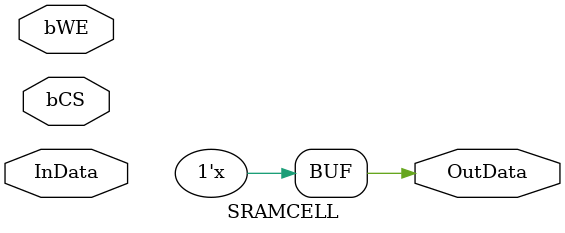
<source format=v>
module SRAMCELL (InData, OutData, bCS, bWE);

// Declare input/output signals
input InData;
output OutData;
input bCS;
input bWE;

// Internal register/wire
reg d;



// Functional Module Description
always @(InData or bCS)	// Sensitivity
begin
        if (!bCS && !bWE)
            d <= InData;
        else if(!bCS)
            OutData <= d;
end
endmodule


</source>
